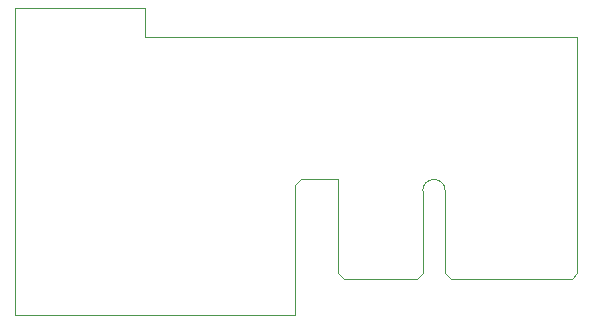
<source format=gbr>
%TF.GenerationSoftware,KiCad,Pcbnew,8.0.5*%
%TF.CreationDate,2024-11-08T07:47:22+00:00*%
%TF.ProjectId,ADE_Aux_V4,4144455f-4175-4785-9f56-342e6b696361,rev?*%
%TF.SameCoordinates,Original*%
%TF.FileFunction,Profile,NP*%
%FSLAX46Y46*%
G04 Gerber Fmt 4.6, Leading zero omitted, Abs format (unit mm)*
G04 Created by KiCad (PCBNEW 8.0.5) date 2024-11-08 07:47:22*
%MOMM*%
%LPD*%
G01*
G04 APERTURE LIST*
%TA.AperFunction,Profile*%
%ADD10C,0.100000*%
%TD*%
G04 APERTURE END LIST*
D10*
X3800000Y27550000D02*
X4200000Y27950000D01*
X-20000000Y42500000D02*
X-20000000Y16500000D01*
X27650000Y27950000D02*
X27650000Y40000000D01*
X-9000000Y42500000D02*
X-20000000Y42500000D01*
X-20000000Y16500000D02*
X3750000Y16500000D01*
X-9000000Y40000000D02*
X27650000Y40000000D01*
X-9000000Y42500000D02*
X-9000000Y40000000D01*
X7350000Y27950000D02*
X4200000Y27950000D01*
X3750000Y27500000D02*
X3750000Y16500000D01*
X3800000Y27550000D02*
X3750000Y27500000D01*
%TO.C,J2*%
X7350000Y27950000D02*
X7350000Y20050000D01*
X7350000Y20050000D02*
X7850000Y19550000D01*
X14050000Y19550000D02*
X7850000Y19550000D01*
X14550000Y27000000D02*
X14550000Y20050000D01*
X14550000Y20050000D02*
X14050000Y19550000D01*
X16450000Y27000000D02*
X16450000Y20050000D01*
X16450000Y20050000D02*
X16950000Y19550000D01*
X27150000Y19550000D02*
X16950000Y19550000D01*
X27650000Y27950000D02*
X27650000Y20050000D01*
X27650000Y20050000D02*
X27150000Y19550000D01*
X14550000Y27000000D02*
G75*
G02*
X16450000Y27000000I950000J0D01*
G01*
%TD*%
M02*

</source>
